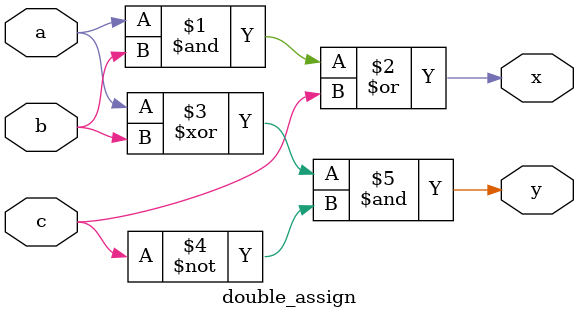
<source format=v>
module double_assign(input a, b, c, output x, y);
  assign x = (a & b) | c;
  assign y = (a ^ b) & ~c;
endmodule
</source>
